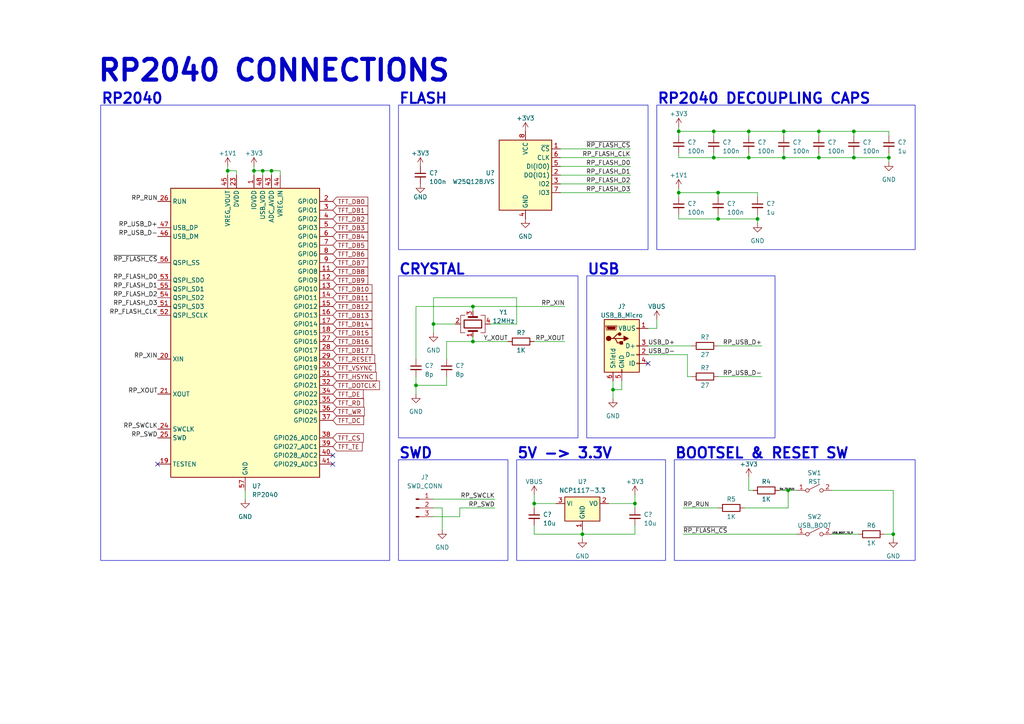
<source format=kicad_sch>
(kicad_sch (version 20230121) (generator eeschema)
  (paper "A4")
  (title_block (title "RP2040 Connections") (date "2023-06-07") (rev "1.0") (company "Ryan Hausmann"))
  (lib_symbols
    (symbol "Connector:Conn_01x03_Pin" (pin_names (offset 1.016) hide)
      (property "Reference" "J" (at 0 5.08 0))
      (property "Value" "Conn_01x03_Pin" (at 0 -5.08 0))
      (symbol "Conn_01x03_Pin_1_1"
        (polyline (pts (xy 1.27 -2.54) (xy 0.8636 -2.54)) (stroke (width 0.1524)))
        (polyline (pts (xy 1.27 0) (xy 0.8636 0)) (stroke (width 0.1524)))
        (polyline (pts (xy 1.27 2.54) (xy 0.8636 2.54)) (stroke (width 0.1524)))
        (rectangle (start 0.8636 -2.413) (end 0 -2.667) (stroke (width 0.1524)) (fill (type outline)))
        (rectangle (start 0.8636 0.127) (end 0 -0.127) (stroke (width 0.1524)) (fill (type outline)))
        (rectangle (start 0.8636 2.667) (end 0 2.413) (stroke (width 0.1524)) (fill (type outline)))
        (pin passive line (at 5.08 2.54 180) (length 3.81) (name "Pin_1") (number "1"))
        (pin passive line (at 5.08 0 180) (length 3.81) (name "Pin_2") (number "2"))
        (pin passive line (at 5.08 -2.54 180) (length 3.81) (name "Pin_3") (number "3"))
      )
    )
    (symbol "Connector:USB_B_Micro" (pin_names (offset 1.016))
      (property "Reference" "J" (at -5.08 11.43 0))
      (property "Value" "USB_B_Micro" (at -5.08 8.89 0))
      (symbol "USB_B_Micro_0_1"
        (rectangle (start -5.08 -7.62) (end 5.08 7.62) (stroke (width 0.254)) (fill (type background)))
        (circle (center -3.81 2.159) (radius 0.635) (stroke (width 0.254)) (fill (type outline)))
        (circle (center -0.635 3.429) (radius 0.381) (stroke (width 0.254)) (fill (type outline)))
        (rectangle (start -0.127 -7.62) (end 0.127 -6.858))
        (polyline (pts (xy -1.905 2.159) (xy 0.635 2.159)) (stroke (width 0.254)))
        (polyline (pts (xy -3.175 2.159) (xy -2.54 2.159) (xy -1.27 3.429) (xy -0.635 3.429)) (stroke (width 0.254)))
        (polyline (pts (xy -2.54 2.159) (xy -1.905 2.159) (xy -1.27 0.889) (xy 0 0.889)) (stroke (width 0.254)))
        (polyline (pts (xy 0.635 2.794) (xy 0.635 1.524) (xy 1.905 2.159) (xy 0.635 2.794)) (stroke (width 0.254)) (fill (type outline)))
        (polyline (pts (xy -4.318 5.588) (xy -1.778 5.588) (xy -2.032 4.826) (xy -4.064 4.826) (xy -4.318 5.588)) (fill (type outline)))
        (polyline (pts (xy -4.699 5.842) (xy -4.699 5.588) (xy -4.445 4.826) (xy -4.445 4.572) (xy -1.651 4.572) (xy -1.651 4.826) (xy -1.397 5.588) (xy -1.397 5.842) (xy -4.699 5.842)))
        (rectangle (start 0.254 1.27) (end -0.508 0.508) (stroke (width 0.254)) (fill (type outline)))
        (rectangle (start 5.08 -5.207) (end 4.318 -4.953))
        (rectangle (start 5.08 -2.667) (end 4.318 -2.413))
        (rectangle (start 5.08 -0.127) (end 4.318 0.127))
        (rectangle (start 5.08 4.953) (end 4.318 5.207))
      )
      (symbol "USB_B_Micro_1_1"
        (pin power_out line (at 7.62 5.08 180) (length 2.54) (name "VBUS") (number "1"))
        (pin bidirectional line (at 7.62 -2.54 180) (length 2.54) (name "D-") (number "2"))
        (pin bidirectional line (at 7.62 0 180) (length 2.54) (name "D+") (number "3"))
        (pin passive line (at 7.62 -5.08 180) (length 2.54) (name "ID") (number "4"))
        (pin power_out line (at 0 -10.16 90) (length 2.54) (name "GND") (number "5"))
        (pin passive line (at -2.54 -10.16 90) (length 2.54) (name "Shield") (number "6"))
      )
    )
    (symbol "Device:C_Small" (pin_numbers hide) (pin_names (offset 0.254) hide)
      (property "Reference" "C" (at 0.254 1.778 0))
      (property "Value" "C_Small" (at 0.254 -2.032 0))
      (symbol "C_Small_0_1"
        (polyline (pts (xy -1.524 -0.508) (xy 1.524 -0.508)) (stroke (width 0.3302)))
        (polyline (pts (xy -1.524 0.508) (xy 1.524 0.508)) (stroke (width 0.3048)))
      )
      (symbol "C_Small_1_1"
        (pin passive line (at 0 2.54 270) (length 2.032) (name "~") (number "1"))
        (pin passive line (at 0 -2.54 90) (length 2.032) (name "~") (number "2"))
      )
    )
    (symbol "Device:Crystal_GND24" (pin_names (offset 1.016) hide)
      (property "Reference" "Y" (at 3.175 5.08 0))
      (property "Value" "Crystal_GND24" (at 3.175 3.175 0))
      (symbol "Crystal_GND24_0_1"
        (rectangle (start -1.143 2.54) (end 1.143 -2.54) (stroke (width 0.3048)))
        (polyline (pts (xy -2.54 0) (xy -2.032 0)))
        (polyline (pts (xy -2.032 -1.27) (xy -2.032 1.27)) (stroke (width 0.508)))
        (polyline (pts (xy 0 -3.81) (xy 0 -3.556)))
        (polyline (pts (xy 0 3.556) (xy 0 3.81)))
        (polyline (pts (xy 2.032 -1.27) (xy 2.032 1.27)) (stroke (width 0.508)))
        (polyline (pts (xy 2.032 0) (xy 2.54 0)))
        (polyline (pts (xy -2.54 -2.286) (xy -2.54 -3.556) (xy 2.54 -3.556) (xy 2.54 -2.286)))
        (polyline (pts (xy -2.54 2.286) (xy -2.54 3.556) (xy 2.54 3.556) (xy 2.54 2.286)))
      )
      (symbol "Crystal_GND24_1_1"
        (pin passive line (at -3.81 0 0) (length 1.27) (name "1") (number "1"))
        (pin passive line (at 0 5.08 270) (length 1.27) (name "2") (number "2"))
        (pin passive line (at 3.81 0 180) (length 1.27) (name "3") (number "3"))
        (pin passive line (at 0 -5.08 90) (length 1.27) (name "4") (number "4"))
      )
    )
    (symbol "Device:R" (pin_numbers hide) (pin_names (offset 0))
      (property "Reference" "R" (at 2.032 0 90))
      (property "Value" "R" (at 0 0 90))
      (symbol "R_0_1"
        (rectangle (start -1.016 -2.54) (end 1.016 2.54) (stroke (width 0.254)))
      )
      (symbol "R_1_1"
        (pin passive line (at 0 3.81 270) (length 1.27) (name "~") (number "1"))
        (pin passive line (at 0 -3.81 90) (length 1.27) (name "~") (number "2"))
      )
    )
    (symbol "MCU_RaspberryPi:RP2040"
      (property "Reference" "U" (at 17.78 45.72 0))
      (property "Value" "RP2040" (at 17.78 43.18 0))
      (symbol "RP2040_0_1"
        (rectangle (start -21.59 41.91) (end 21.59 -41.91) (stroke (width 0.254)) (fill (type background)))
      )
      (symbol "RP2040_1_1"
        (pin power_in line (at 2.54 45.72 270) (length 3.81) (name "IOVDD") (number "1"))
        (pin passive line (at 2.54 45.72 270) (length 3.81) hide (name "IOVDD") (number "10"))
        (pin bidirectional line (at 25.4 17.78 180) (length 3.81) (name "GPIO8") (number "11"))
        (pin bidirectional line (at 25.4 15.24 180) (length 3.81) (name "GPIO9") (number "12"))
        (pin bidirectional line (at 25.4 12.7 180) (length 3.81) (name "GPIO10") (number "13"))
        (pin bidirectional line (at 25.4 10.16 180) (length 3.81) (name "GPIO11") (number "14"))
        (pin bidirectional line (at 25.4 7.62 180) (length 3.81) (name "GPIO12") (number "15"))
        (pin bidirectional line (at 25.4 5.08 180) (length 3.81) (name "GPIO13") (number "16"))
        (pin bidirectional line (at 25.4 2.54 180) (length 3.81) (name "GPIO14") (number "17"))
        (pin bidirectional line (at 25.4 0 180) (length 3.81) (name "GPIO15") (number "18"))
        (pin input line (at -25.4 -38.1 0) (length 3.81) (name "TESTEN") (number "19"))
        (pin bidirectional line (at 25.4 38.1 180) (length 3.81) (name "GPIO0") (number "2"))
        (pin input line (at -25.4 -7.62 0) (length 3.81) (name "XIN") (number "20"))
        (pin passive line (at -25.4 -17.78 0) (length 3.81) (name "XOUT") (number "21"))
        (pin passive line (at 2.54 45.72 270) (length 3.81) hide (name "IOVDD") (number "22"))
        (pin power_in line (at -2.54 45.72 270) (length 3.81) (name "DVDD") (number "23"))
        (pin output line (at -25.4 -27.94 0) (length 3.81) (name "SWCLK") (number "24"))
        (pin bidirectional line (at -25.4 -30.48 0) (length 3.81) (name "SWD") (number "25"))
        (pin input line (at -25.4 38.1 0) (length 3.81) (name "RUN") (number "26"))
        (pin bidirectional line (at 25.4 -2.54 180) (length 3.81) (name "GPIO16") (number "27"))
        (pin bidirectional line (at 25.4 -5.08 180) (length 3.81) (name "GPIO17") (number "28"))
        (pin bidirectional line (at 25.4 -7.62 180) (length 3.81) (name "GPIO18") (number "29"))
        (pin bidirectional line (at 25.4 35.56 180) (length 3.81) (name "GPIO1") (number "3"))
        (pin bidirectional line (at 25.4 -10.16 180) (length 3.81) (name "GPIO19") (number "30"))
        (pin bidirectional line (at 25.4 -12.7 180) (length 3.81) (name "GPIO20") (number "31"))
        (pin bidirectional line (at 25.4 -15.24 180) (length 3.81) (name "GPIO21") (number "32"))
        (pin passive line (at 2.54 45.72 270) (length 3.81) hide (name "IOVDD") (number "33"))
        (pin bidirectional line (at 25.4 -17.78 180) (length 3.81) (name "GPIO22") (number "34"))
        (pin bidirectional line (at 25.4 -20.32 180) (length 3.81) (name "GPIO23") (number "35"))
        (pin bidirectional line (at 25.4 -22.86 180) (length 3.81) (name "GPIO24") (number "36"))
        (pin bidirectional line (at 25.4 -25.4 180) (length 3.81) (name "GPIO25") (number "37"))
        (pin bidirectional line (at 25.4 -30.48 180) (length 3.81) (name "GPIO26_ADC0") (number "38"))
        (pin bidirectional line (at 25.4 -33.02 180) (length 3.81) (name "GPIO27_ADC1") (number "39"))
        (pin bidirectional line (at 25.4 33.02 180) (length 3.81) (name "GPIO2") (number "4"))
        (pin bidirectional line (at 25.4 -35.56 180) (length 3.81) (name "GPIO28_ADC2") (number "40"))
        (pin bidirectional line (at 25.4 -38.1 180) (length 3.81) (name "GPIO29_ADC3") (number "41"))
        (pin passive line (at 2.54 45.72 270) (length 3.81) hide (name "IOVDD") (number "42"))
        (pin power_in line (at 7.62 45.72 270) (length 3.81) (name "ADC_AVDD") (number "43"))
        (pin power_in line (at 10.16 45.72 270) (length 3.81) (name "VREG_IN") (number "44"))
        (pin power_out line (at -5.08 45.72 270) (length 3.81) (name "VREG_VOUT") (number "45"))
        (pin bidirectional line (at -25.4 27.94 0) (length 3.81) (name "USB_DM") (number "46"))
        (pin bidirectional line (at -25.4 30.48 0) (length 3.81) (name "USB_DP") (number "47"))
        (pin power_in line (at 5.08 45.72 270) (length 3.81) (name "USB_VDD") (number "48"))
        (pin passive line (at 2.54 45.72 270) (length 3.81) hide (name "IOVDD") (number "49"))
        (pin bidirectional line (at 25.4 30.48 180) (length 3.81) (name "GPIO3") (number "5"))
        (pin passive line (at -2.54 45.72 270) (length 3.81) hide (name "DVDD") (number "50"))
        (pin bidirectional line (at -25.4 7.62 0) (length 3.81) (name "QSPI_SD3") (number "51"))
        (pin output line (at -25.4 5.08 0) (length 3.81) (name "QSPI_SCLK") (number "52"))
        (pin bidirectional line (at -25.4 15.24 0) (length 3.81) (name "QSPI_SD0") (number "53"))
        (pin bidirectional line (at -25.4 10.16 0) (length 3.81) (name "QSPI_SD2") (number "54"))
        (pin bidirectional line (at -25.4 12.7 0) (length 3.81) (name "QSPI_SD1") (number "55"))
        (pin bidirectional line (at -25.4 20.32 0) (length 3.81) (name "QSPI_SS") (number "56"))
        (pin power_in line (at 0 -45.72 90) (length 3.81) (name "GND") (number "57"))
        (pin bidirectional line (at 25.4 27.94 180) (length 3.81) (name "GPIO4") (number "6"))
        (pin bidirectional line (at 25.4 25.4 180) (length 3.81) (name "GPIO5") (number "7"))
        (pin bidirectional line (at 25.4 22.86 180) (length 3.81) (name "GPIO6") (number "8"))
        (pin bidirectional line (at 25.4 20.32 180) (length 3.81) (name "GPIO7") (number "9"))
      )
    )
    (symbol "Memory_Flash:W25Q128JVS"
      (property "Reference" "U" (at -8.89 8.89 0))
      (property "Value" "W25Q128JVS" (at 7.62 8.89 0))
      (symbol "W25Q128JVS_0_1"
        (rectangle (start -7.62 10.16) (end 7.62 -10.16) (stroke (width 0.254)) (fill (type background)))
      )
      (symbol "W25Q128JVS_1_1"
        (pin input line (at -10.16 7.62 0) (length 2.54) (name "~{CS}") (number "1"))
        (pin bidirectional line (at -10.16 0 0) (length 2.54) (name "DO(IO1)") (number "2"))
        (pin bidirectional line (at -10.16 -2.54 0) (length 2.54) (name "IO2") (number "3"))
        (pin power_in line (at 0 -12.7 90) (length 2.54) (name "GND") (number "4"))
        (pin bidirectional line (at -10.16 2.54 0) (length 2.54) (name "DI(IO0)") (number "5"))
        (pin input line (at -10.16 5.08 0) (length 2.54) (name "CLK") (number "6"))
        (pin bidirectional line (at -10.16 -5.08 0) (length 2.54) (name "IO3") (number "7"))
        (pin power_in line (at 0 12.7 270) (length 2.54) (name "VCC") (number "8"))
      )
    )
    (symbol "Regulator_Linear:NCP1117-3.3_SOT223"
      (property "Reference" "U" (at -3.81 3.175 0))
      (property "Value" "NCP1117-3.3_SOT223" (at 0 3.175 0))
      (symbol "NCP1117-3.3_SOT223_0_1"
        (rectangle (start -5.08 -5.08) (end 5.08 1.905) (stroke (width 0.254)) (fill (type background)))
      )
      (symbol "NCP1117-3.3_SOT223_1_1"
        (pin power_in line (at 0 -7.62 90) (length 2.54) (name "GND") (number "1"))
        (pin power_out line (at 7.62 0 180) (length 2.54) (name "VO") (number "2"))
        (pin power_in line (at -7.62 0 0) (length 2.54) (name "VI") (number "3"))
      )
    )
    (symbol "Switch:SW_SPST" (pin_names (offset 0) hide)
      (property "Reference" "SW" (at 0 3.175 0))
      (property "Value" "SW_SPST" (at 0 -2.54 0))
      (symbol "SW_SPST_0_0"
        (circle (center -2.032 0) (radius 0.508))
        (polyline (pts (xy -1.524 0.254) (xy 1.524 1.778)))
        (circle (center 2.032 0) (radius 0.508))
      )
      (symbol "SW_SPST_1_1"
        (pin passive line (at -5.08 0 0) (length 2.54) (name "A") (number "1"))
        (pin passive line (at 5.08 0 180) (length 2.54) (name "B") (number "2"))
      )
    )
    (symbol "power:+1V1" (power) (pin_names (offset 0))
      (property "Value" "+1V1" (at 0 3.556 0))
      (symbol "+1V1_0_1"
        (polyline (pts (xy -0.762 1.27) (xy 0 2.54)))
        (polyline (pts (xy 0 0) (xy 0 2.54)))
        (polyline (pts (xy 0 2.54) (xy 0.762 1.27)))
      )
      (symbol "+1V1_1_1"
        (pin power_in line (at 0 0 90) (length 0) hide (name "+1V1") (number "1"))
      )
    )
    (symbol "power:+3V3" (power) (pin_names (offset 0))
      (property "Value" "+3V3" (at 0 3.556 0))
      (symbol "+3V3_0_1"
        (polyline (pts (xy -0.762 1.27) (xy 0 2.54)))
        (polyline (pts (xy 0 0) (xy 0 2.54)))
        (polyline (pts (xy 0 2.54) (xy 0.762 1.27)))
      )
      (symbol "+3V3_1_1"
        (pin power_in line (at 0 0 90) (length 0) hide (name "+3V3") (number "1"))
      )
    )
    (symbol "power:GND" (power) (pin_names (offset 0))
      (property "Value" "GND" (at 0 -3.81 0))
      (symbol "GND_0_1"
        (polyline (pts (xy 0 0) (xy 0 -1.27) (xy 1.27 -1.27) (xy 0 -2.54) (xy -1.27 -1.27) (xy 0 -1.27)))
      )
      (symbol "GND_1_1"
        (pin power_in line (at 0 0 270) (length 0) hide (name "GND") (number "1"))
      )
    )
    (symbol "power:VBUS" (power) (pin_names (offset 0))
      (property "Value" "VBUS" (at 0 3.81 0))
      (symbol "VBUS_0_1"
        (polyline (pts (xy -0.762 1.27) (xy 0 2.54)))
        (polyline (pts (xy 0 0) (xy 0 2.54)))
        (polyline (pts (xy 0 2.54) (xy 0.762 1.27)))
      )
      (symbol "VBUS_1_1"
        (pin power_in line (at 0 0 90) (length 0) hide (name "VBUS") (number "1"))
      )
    )
  )
  (junction (at 207.01 45.72))
  (junction (at 227.33 38.1))
  (junction (at 78.74 49.53))
  (junction (at 247.65 45.72))
  (junction (at 66.04 49.53))
  (junction (at 137.16 88.9))
  (junction (at 125.73 93.98))
  (junction (at 120.65 111.76))
  (junction (at 168.91 154.94))
  (junction (at 196.85 55.88))
  (junction (at 217.17 45.72))
  (junction (at 208.28 55.88))
  (junction (at 237.49 45.72))
  (junction (at 154.94 146.05))
  (junction (at 207.01 38.1))
  (junction (at 247.65 38.1))
  (junction (at 177.8 113.03))
  (junction (at 76.2 49.53))
  (junction (at 196.85 38.1))
  (junction (at 219.71 63.5))
  (junction (at 227.33 45.72))
  (junction (at 73.66 49.53))
  (junction (at 208.28 63.5))
  (junction (at 217.17 38.1))
  (junction (at 137.16 99.06))
  (junction (at 237.49 38.1))
  (junction (at 184.15 146.05))
  (junction (at 259.08 154.94))
  (junction (at 257.81 45.72))
  (junction (at 228.6 142.24))
  (no_connect (at 45.72 134.62))
  (no_connect (at 96.52 132.08))
  (no_connect (at 96.52 134.62))
  (no_connect (at 187.96 105.41))
  (wire (pts (xy 257.81 45.72) (xy 257.81 44.45)))
  (wire (pts (xy 208.28 100.33) (xy 220.98 100.33)))
  (wire (pts (xy 120.65 111.76) (xy 120.65 114.3)))
  (wire (pts (xy 219.71 63.5) (xy 208.28 63.5)))
  (wire (pts (xy 125.73 86.36) (xy 125.73 93.98)))
  (wire (pts (xy 237.49 45.72) (xy 247.65 45.72)))
  (wire (pts (xy 259.08 154.94) (xy 256.54 154.94)))
  (wire (pts (xy 196.85 63.5) (xy 208.28 63.5)))
  (wire (pts (xy 66.04 48.26) (xy 66.04 49.53)))
  (wire (pts (xy 237.49 44.45) (xy 237.49 45.72)))
  (wire (pts (xy 187.96 95.25) (xy 190.5 95.25)))
  (wire (pts (xy 154.94 154.94) (xy 168.91 154.94)))
  (wire (pts (xy 227.33 38.1) (xy 227.33 39.37)))
  (wire (pts (xy 168.91 154.94) (xy 168.91 156.21)))
  (wire (pts (xy 259.08 142.24) (xy 259.08 154.94)))
  (wire (pts (xy 125.73 93.98) (xy 125.73 96.52)))
  (wire (pts (xy 198.12 154.94) (xy 231.14 154.94)))
  (wire (pts (xy 137.16 90.17) (xy 137.16 88.9)))
  (wire (pts (xy 143.51 147.32) (xy 133.35 147.32)))
  (wire (pts (xy 219.71 55.88) (xy 208.28 55.88)))
  (wire (pts (xy 196.85 44.45) (xy 196.85 45.72)))
  (wire (pts (xy 154.94 99.06) (xy 163.83 99.06)))
  (wire (pts (xy 184.15 152.4) (xy 184.15 154.94)))
  (wire (pts (xy 247.65 44.45) (xy 247.65 45.72)))
  (wire (pts (xy 228.6 142.24) (xy 231.14 142.24)))
  (wire (pts (xy 257.81 38.1) (xy 257.81 39.37)))
  (wire (pts (xy 196.85 54.61) (xy 196.85 55.88)))
  (wire (pts (xy 78.74 49.53) (xy 81.28 49.53)))
  (wire (pts (xy 227.33 45.72) (xy 237.49 45.72)))
  (wire (pts (xy 154.94 143.51) (xy 154.94 146.05)))
  (wire (pts (xy 177.8 113.03) (xy 177.8 110.49)))
  (wire (pts (xy 162.56 53.34) (xy 182.88 53.34)))
  (wire (pts (xy 120.65 111.76) (xy 120.65 109.22)))
  (wire (pts (xy 259.08 156.21) (xy 259.08 154.94)))
  (wire (pts (xy 120.65 88.9) (xy 120.65 104.14)))
  (wire (pts (xy 199.39 109.22) (xy 200.66 109.22)))
  (wire (pts (xy 168.91 153.67) (xy 168.91 154.94)))
  (wire (pts (xy 78.74 49.53) (xy 78.74 50.8)))
  (wire (pts (xy 208.28 55.88) (xy 208.28 57.15)))
  (wire (pts (xy 207.01 38.1) (xy 207.01 39.37)))
  (wire (pts (xy 217.17 44.45) (xy 217.17 45.72)))
  (wire (pts (xy 207.01 38.1) (xy 217.17 38.1)))
  (wire (pts (xy 215.9 147.32) (xy 228.6 147.32)))
  (wire (pts (xy 247.65 38.1) (xy 257.81 38.1)))
  (wire (pts (xy 149.86 86.36) (xy 125.73 86.36)))
  (wire (pts (xy 128.27 147.32) (xy 125.73 147.32)))
  (wire (pts (xy 129.54 109.22) (xy 129.54 111.76)))
  (wire (pts (xy 184.15 146.05) (xy 176.53 146.05)))
  (wire (pts (xy 217.17 38.1) (xy 217.17 39.37)))
  (wire (pts (xy 137.16 88.9) (xy 120.65 88.9)))
  (wire (pts (xy 207.01 44.45) (xy 207.01 45.72)))
  (wire (pts (xy 196.85 45.72) (xy 207.01 45.72)))
  (wire (pts (xy 196.85 55.88) (xy 196.85 57.15)))
  (wire (pts (xy 154.94 146.05) (xy 154.94 147.32)))
  (wire (pts (xy 162.56 45.72) (xy 182.88 45.72)))
  (wire (pts (xy 220.98 109.22) (xy 208.28 109.22)))
  (wire (pts (xy 227.33 38.1) (xy 237.49 38.1)))
  (wire (pts (xy 81.28 49.53) (xy 81.28 50.8)))
  (wire (pts (xy 66.04 49.53) (xy 66.04 50.8)))
  (wire (pts (xy 73.66 48.26) (xy 73.66 49.53)))
  (wire (pts (xy 208.28 55.88) (xy 196.85 55.88)))
  (wire (pts (xy 137.16 99.06) (xy 137.16 97.79)))
  (wire (pts (xy 125.73 144.78) (xy 143.51 144.78)))
  (wire (pts (xy 162.56 43.18) (xy 182.88 43.18)))
  (wire (pts (xy 129.54 99.06) (xy 129.54 104.14)))
  (wire (pts (xy 180.34 113.03) (xy 177.8 113.03)))
  (wire (pts (xy 73.66 49.53) (xy 73.66 50.8)))
  (wire (pts (xy 68.58 49.53) (xy 68.58 50.8)))
  (wire (pts (xy 125.73 93.98) (xy 132.08 93.98)))
  (wire (pts (xy 217.17 45.72) (xy 227.33 45.72)))
  (wire (pts (xy 76.2 49.53) (xy 78.74 49.53)))
  (wire (pts (xy 142.24 93.98) (xy 149.86 93.98)))
  (wire (pts (xy 217.17 38.1) (xy 227.33 38.1)))
  (wire (pts (xy 147.32 99.06) (xy 137.16 99.06)))
  (wire (pts (xy 196.85 38.1) (xy 207.01 38.1)))
  (wire (pts (xy 247.65 38.1) (xy 247.65 39.37)))
  (wire (pts (xy 73.66 49.53) (xy 76.2 49.53)))
  (wire (pts (xy 133.35 147.32) (xy 133.35 149.86)))
  (wire (pts (xy 184.15 143.51) (xy 184.15 146.05)))
  (wire (pts (xy 129.54 111.76) (xy 120.65 111.76)))
  (wire (pts (xy 66.04 49.53) (xy 68.58 49.53)))
  (wire (pts (xy 241.3 154.94) (xy 248.92 154.94)))
  (wire (pts (xy 208.28 63.5) (xy 208.28 62.23)))
  (wire (pts (xy 217.17 138.43) (xy 217.17 142.24)))
  (wire (pts (xy 237.49 38.1) (xy 247.65 38.1)))
  (wire (pts (xy 241.3 142.24) (xy 259.08 142.24)))
  (wire (pts (xy 184.15 146.05) (xy 184.15 147.32)))
  (wire (pts (xy 196.85 62.23) (xy 196.85 63.5)))
  (wire (pts (xy 226.06 142.24) (xy 228.6 142.24)))
  (wire (pts (xy 219.71 62.23) (xy 219.71 63.5)))
  (wire (pts (xy 154.94 146.05) (xy 161.29 146.05)))
  (wire (pts (xy 71.12 142.24) (xy 71.12 144.78)))
  (wire (pts (xy 190.5 95.25) (xy 190.5 92.71)))
  (wire (pts (xy 228.6 147.32) (xy 228.6 142.24)))
  (wire (pts (xy 237.49 38.1) (xy 237.49 39.37)))
  (wire (pts (xy 219.71 63.5) (xy 219.71 64.77)))
  (wire (pts (xy 257.81 45.72) (xy 257.81 46.99)))
  (wire (pts (xy 199.39 109.22) (xy 199.39 102.87)))
  (wire (pts (xy 196.85 36.83) (xy 196.85 38.1)))
  (wire (pts (xy 198.12 147.32) (xy 208.28 147.32)))
  (wire (pts (xy 76.2 49.53) (xy 76.2 50.8)))
  (wire (pts (xy 207.01 45.72) (xy 217.17 45.72)))
  (wire (pts (xy 137.16 99.06) (xy 129.54 99.06)))
  (wire (pts (xy 247.65 45.72) (xy 257.81 45.72)))
  (wire (pts (xy 187.96 100.33) (xy 200.66 100.33)))
  (wire (pts (xy 133.35 149.86) (xy 125.73 149.86)))
  (wire (pts (xy 154.94 152.4) (xy 154.94 154.94)))
  (wire (pts (xy 162.56 48.26) (xy 182.88 48.26)))
  (wire (pts (xy 137.16 88.9) (xy 163.83 88.9)))
  (wire (pts (xy 162.56 55.88) (xy 182.88 55.88)))
  (wire (pts (xy 227.33 44.45) (xy 227.33 45.72)))
  (wire (pts (xy 180.34 110.49) (xy 180.34 113.03)))
  (wire (pts (xy 184.15 154.94) (xy 168.91 154.94)))
  (wire (pts (xy 128.27 153.67) (xy 128.27 147.32)))
  (wire (pts (xy 199.39 102.87) (xy 187.96 102.87)))
  (wire (pts (xy 219.71 57.15) (xy 219.71 55.88)))
  (wire (pts (xy 196.85 38.1) (xy 196.85 39.37)))
  (wire (pts (xy 177.8 113.03) (xy 177.8 115.57)))
  (wire (pts (xy 162.56 50.8) (xy 182.88 50.8)))
  (wire (pts (xy 149.86 93.98) (xy 149.86 86.36)))
  (wire (pts (xy 217.17 142.24) (xy 218.44 142.24)))
  (rectangle (start 190.5 30.48) (end 265.43 72.39))
  (rectangle (start 115.57 133.35) (end 147.32 162.56))
  (rectangle (start 115.57 80.01) (end 167.64 127))
  (rectangle (start 195.58 133.35) (end 265.43 162.56))
  (rectangle (start 115.57 30.48) (end 187.96 72.39))
  (rectangle (start 29.21 30.48) (end 113.03 162.56))
  (rectangle (start 149.86 133.35) (end 193.04 162.56))
  (rectangle (start 170.18 80.01) (end 224.79 127))
  (text "CRYSTAL" (at 115.57 80.01 0) (effects (font (size 3 3) (thickness 0.6) bold) (justify left bottom)))
  (text "RP2040 DECOUPLING CAPS" (at 190.5 30.48 0) (effects (font (size 3 3) (thickness 0.6) bold) (justify left bottom)))
  (text "USB" (at 170.18 80.01 0) (effects (font (size 3 3) (thickness 0.6) bold) (justify left bottom)))
  (text "RP2040 CONNECTIONS" (at 27.94 24.13 0) (effects (font (size 6 6) (thickness 1.2) bold) (justify left bottom)))
  (text "BOOTSEL & RESET SW" (at 195.58 133.35 0) (effects (font (size 3 3) (thickness 0.6) bold) (justify left bottom)))
  (text "SWD" (at 115.57 133.35 0) (effects (font (size 3 3) (thickness 0.6) bold) (justify left bottom)))
  (text "5V -> 3.3V" (at 149.86 133.35 0) (effects (font (size 3 3) (thickness 0.6) bold) (justify left bottom)))
  (text "RP2040" (at 29.21 30.48 0) (effects (font (size 3 3) (thickness 0.6) bold) (justify left bottom)))
  (text "FLASH" (at 115.57 30.48 0) (effects (font (size 3 3) (thickness 0.6) bold) (justify left bottom)))
  (label "~{RP_FLASH_CS}" (at 45.72 76.2 180))
  (label "USB_D+" (at 187.96 100.33 0))
  (label "RP_FLASH_D1" (at 45.72 83.82 180))
  (label "SW_TO_RUN" (at 226.06 142.24 0) (effects (font (size 0.5 0.5))))
  (label "RP_FLASH_CLK" (at 45.72 91.44 180))
  (label "RP_FLASH_D3" (at 182.88 55.88 180))
  (label "RP_FLASH_D1" (at 182.88 50.8 180))
  (label "RP_SWCLK" (at 143.51 144.78 180))
  (label "RP_USB_D-" (at 45.72 68.58 180))
  (label "~{RP_FLASH_CS}" (at 198.12 154.94 0))
  (label "RP_FLASH_D0" (at 182.88 48.26 180))
  (label "RP_XOUT" (at 45.72 114.3 180))
  (label "RP_RUN" (at 198.12 147.32 0))
  (label "RP_FLASH_CLK" (at 182.88 45.72 180))
  (label "Y_XOUT" (at 147.32 99.06 180))
  (label "USB_D-" (at 187.96 102.87 0))
  (label "RP_XIN" (at 45.72 104.14 180))
  (label "RP_FLASH_D0" (at 45.72 81.28 180))
  (label "RP_XOUT" (at 163.83 99.06 180))
  (label "RP_SWD" (at 143.51 147.32 180))
  (label "RP_USB_D+" (at 220.98 100.33 180))
  (label "RP_FLASH_D2" (at 182.88 53.34 180))
  (label "RP_SWCLK" (at 45.72 124.46 180))
  (label "RP_SWD" (at 45.72 127 180))
  (label "RP_USB_D+" (at 45.72 66.04 180))
  (label "~{RP_FLASH_CS}" (at 182.88 43.18 180))
  (label "RP_USB_D-" (at 220.98 109.22 180))
  (label "RP_FLASH_D3" (at 45.72 88.9 180))
  (label "RP_XIN" (at 163.83 88.9 180))
  (label "RP_FLASH_D2" (at 45.72 86.36 180))
  (label "RP_RUN" (at 45.72 58.42 180))
  (label "USB_BOOT_TO_R" (at 241.3 154.94 0) (effects (font (size 0.5 0.5))))
  (global_label "TFT_TE" (shape input) (at 96.52 129.54 0) (property "Intersheetrefs" "${INTERSHEET_REFS}" (effects hide)))
  (global_label "TFT_DB0" (shape input) (at 96.52 58.42 0) (property "Intersheetrefs" "${INTERSHEET_REFS}" (effects hide)))
  (global_label "TFT_DB12" (shape input) (at 96.52 88.9 0) (property "Intersheetrefs" "${INTERSHEET_REFS}" (effects hide)))
  (global_label "TFT_DB3" (shape input) (at 96.52 66.04 0) (property "Intersheetrefs" "${INTERSHEET_REFS}" (effects hide)))
  (global_label "TFT_DB17" (shape input) (at 96.52 101.6 0) (property "Intersheetrefs" "${INTERSHEET_REFS}" (effects hide)))
  (global_label "TFT_DB16" (shape input) (at 96.52 99.06 0) (property "Intersheetrefs" "${INTERSHEET_REFS}" (effects hide)))
  (global_label "TFT_DB5" (shape input) (at 96.52 71.12 0) (property "Intersheetrefs" "${INTERSHEET_REFS}" (effects hide)))
  (global_label "TFT_DB14" (shape input) (at 96.52 93.98 0) (property "Intersheetrefs" "${INTERSHEET_REFS}" (effects hide)))
  (global_label "TFT_DB1" (shape input) (at 96.52 60.96 0) (property "Intersheetrefs" "${INTERSHEET_REFS}" (effects hide)))
  (global_label "TFT_DC" (shape input) (at 96.52 121.92 0) (property "Intersheetrefs" "${INTERSHEET_REFS}" (effects hide)))
  (global_label "TFT_HSYNC" (shape input) (at 96.52 109.22 0) (property "Intersheetrefs" "${INTERSHEET_REFS}" (effects hide)))
  (global_label "TFT_DB13" (shape input) (at 96.52 91.44 0) (property "Intersheetrefs" "${INTERSHEET_REFS}" (effects hide)))
  (global_label "TFT_CS" (shape input) (at 96.52 127 0) (property "Intersheetrefs" "${INTERSHEET_REFS}" (effects hide)))
  (global_label "TFT_DB8" (shape input) (at 96.52 78.74 0) (property "Intersheetrefs" "${INTERSHEET_REFS}" (effects hide)))
  (global_label "TFT_DOTCLK" (shape input) (at 96.52 111.76 0) (property "Intersheetrefs" "${INTERSHEET_REFS}" (effects hide)))
  (global_label "TFT_DB7" (shape input) (at 96.52 76.2 0) (property "Intersheetrefs" "${INTERSHEET_REFS}" (effects hide)))
  (global_label "TFT_WR" (shape input) (at 96.52 119.38 0) (property "Intersheetrefs" "${INTERSHEET_REFS}" (effects hide)))
  (global_label "TFT_RESET" (shape input) (at 96.52 104.14 0) (property "Intersheetrefs" "${INTERSHEET_REFS}" (effects hide)))
  (global_label "TFT_DB4" (shape input) (at 96.52 68.58 0) (property "Intersheetrefs" "${INTERSHEET_REFS}" (effects hide)))
  (global_label "TFT_DB15" (shape input) (at 96.52 96.52 0) (property "Intersheetrefs" "${INTERSHEET_REFS}" (effects hide)))
  (global_label "TFT_DE" (shape input) (at 96.52 114.3 0) (property "Intersheetrefs" "${INTERSHEET_REFS}" (effects hide)))
  (global_label "TFT_VSYNC" (shape input) (at 96.52 106.68 0) (property "Intersheetrefs" "${INTERSHEET_REFS}" (effects hide)))
  (global_label "TFT_DB6" (shape input) (at 96.52 73.66 0) (property "Intersheetrefs" "${INTERSHEET_REFS}" (effects hide)))
  (global_label "TFT_DB10" (shape input) (at 96.52 83.82 0) (property "Intersheetrefs" "${INTERSHEET_REFS}" (effects hide)))
  (global_label "TFT_DB2" (shape input) (at 96.52 63.5 0) (property "Intersheetrefs" "${INTERSHEET_REFS}" (effects hide)))
  (global_label "TFT_DB11" (shape input) (at 96.52 86.36 0) (property "Intersheetrefs" "${INTERSHEET_REFS}" (effects hide)))
  (global_label "TFT_RD" (shape input) (at 96.52 116.84 0) (property "Intersheetrefs" "${INTERSHEET_REFS}" (effects hide)))
  (global_label "TFT_DB9" (shape input) (at 96.52 81.28 0) (property "Intersheetrefs" "${INTERSHEET_REFS}" (effects hide)))
  (symbol (lib_id "Connector:USB_B_Micro") (at 180.34 100.33 0) (unit 1)
    (property "Reference" "J?" (at 180.34 88.9 0))
    (property "Value" "USB_B_Micro" (at 180.34 91.44 0))
    (property "Footprint" "Connector_USB:USB_Micro-B_Molex-105017-0001" (effects hide))
    (instances (project "tft controller new" (path "" (reference "J?") (unit 1)) (path "" (reference "J1") (unit 1))))
  )
  (symbol (lib_id "power:+1V1") (at 196.85 54.61 0) (unit 1)
    (property "Reference" "#PWR?" (effects hide))
    (property "Value" "+1V1" (at 196.85 50.8 0))
    (instances (project "tft controller new" (path "" (reference "#PWR?") (unit 1)) (path "" (reference "#PWR08") (unit 1))) (project "Picoino" (path "" (reference "#PWR?") (unit 1))))
  )
  (symbol (lib_id "Switch:SW_SPST") (at 236.22 154.94 0) (unit 1)
    (property "Reference" "SW2" (at 236.22 149.86 0))
    (property "Value" "USB_BOOT" (at 236.22 152.4 0))
    (property "Footprint" "Button_Switch_SMD:SW_SPST_TL3305A" (effects hide))
    (instances (project "tft controller new" (path "" (reference "SW2") (unit 1))) (project "Picoino" (path "" (reference "SW?") (unit 1))))
  )
  (symbol (lib_id "Device:C_Small") (at 120.65 106.68 0) (unit 1)
    (property "Reference" "C?" (at 123.19 106.0513 0) (effects (justify left)))
    (property "Value" "8p" (at 123.19 108.5913 0) (effects (justify left)))
    (property "Footprint" "Capacitor_SMD:C_0603_1608Metric_Pad1.08x0.95mm_HandSolder" (effects hide))
    (instances (project "tft controller new" (path "" (reference "C?") (unit 1)) (path "" (reference "C12") (unit 1))))
  )
  (symbol (lib_id "Connector:Conn_01x03_Pin") (at 120.65 147.32 0) (unit 1)
    (property "Reference" "J?" (at 123.19 138.43 0))
    (property "Value" "SWD_CONN" (at 123.19 140.97 0))
    (property "Footprint" "Connector_PinSocket_2.54mm:PinSocket_1x03_P2.54mm_Vertical" (effects hide))
    (instances (project "tft controller new" (path "" (reference "J?") (unit 1)) (path "" (reference "J3") (unit 1))))
  )
  (symbol (lib_id "power:GND") (at 259.08 156.21 0) (unit 1)
    (property "Reference" "#PWR021" (effects hide))
    (property "Value" "GND" (at 259.08 161.29 0))
    (instances (project "tft controller new" (path "" (reference "#PWR021") (unit 1))) (project "Picoino" (path "" (reference "#PWR?") (unit 1))))
  )
  (symbol (lib_id "Device:R") (at 212.09 147.32 90) (unit 1)
    (property "Reference" "R5" (at 212.09 144.78 90))
    (property "Value" "1K" (at 212.09 149.86 90))
    (property "Footprint" "Resistor_SMD:R_0603_1608Metric_Pad0.98x0.95mm_HandSolder" (effects hide))
    (instances (project "tft controller new" (path "" (reference "R5") (unit 1))) (project "Picoino" (path "" (reference "R?") (unit 1))))
  )
  (symbol (lib_id "power:+3V3") (at 152.4 38.1 0) (unit 1)
    (property "Reference" "#PWR?" (effects hide))
    (property "Value" "+3V3" (at 152.4 34.29 0))
    (instances (project "tft controller new" (path "" (reference "#PWR?") (unit 1)) (path "" (reference "#PWR02") (unit 1))))
  )
  (symbol (lib_id "power:+3V3") (at 217.17 138.43 0) (unit 1)
    (property "Reference" "#PWR015" (effects hide))
    (property "Value" "+3V3" (at 217.17 134.62 0))
    (instances (project "tft controller new" (path "" (reference "#PWR015") (unit 1))) (project "Picoino" (path "" (reference "#PWR?") (unit 1))))
  )
  (symbol (lib_id "power:GND") (at 177.8 115.57 0) (unit 1)
    (property "Reference" "#PWR?" (effects hide))
    (property "Value" "GND" (at 177.8 120.65 0))
    (instances (project "tft controller new" (path "" (reference "#PWR?") (unit 1)) (path "" (reference "#PWR014") (unit 1))))
  )
  (symbol (lib_id "Regulator_Linear:NCP1117-3.3_SOT223") (at 168.91 146.05 0) (unit 1)
    (property "Reference" "U?" (at 168.91 139.7 0))
    (property "Value" "NCP1117-3.3" (at 168.91 142.24 0))
    (property "Footprint" "Package_TO_SOT_SMD:SOT-223-3_TabPin2" (effects hide))
    (property "Datasheet" "http://www.onsemi.com/pub_link/Collateral/NCP1117-D.PDF" (effects hide))
    (instances (project "tft controller new" (path "" (reference "U?") (unit 1)) (path "" (reference "U3") (unit 1))) (project "Picoino" (path "" (reference "U?") (unit 1))))
  )
  (symbol (lib_id "Device:C_Small") (at 196.85 41.91 0) (unit 1)
    (property "Reference" "C?" (at 199.39 41.2813 0) (effects (justify left)))
    (property "Value" "100n" (at 199.39 43.8213 0) (effects (justify left)))
    (property "Footprint" "Capacitor_SMD:C_0603_1608Metric_Pad1.08x0.95mm_HandSolder" (effects hide))
    (instances (project "tft controller new" (path "" (reference "C?") (unit 1)) (path "" (reference "C1") (unit 1))) (project "Picoino" (path "" (reference "C?") (unit 1))))
  )
  (symbol (lib_id "power:+3V3") (at 73.66 48.26 0) (unit 1)
    (property "Reference" "#PWR?" (effects hide))
    (property "Value" "+3V3" (at 73.66 44.45 0))
    (instances (project "tft controller new" (path "" (reference "#PWR?") (unit 1)) (path "" (reference "#PWR05") (unit 1))))
  )
  (symbol (lib_id "power:GND") (at 125.73 96.52 0) (unit 1)
    (property "Reference" "#PWR012" (effects hide))
    (property "Value" "GND" (at 125.73 101.6 0))
  )
  (symbol (lib_id "power:GND") (at 152.4 63.5 0) (unit 1)
    (property "Reference" "#PWR?" (effects hide))
    (property "Value" "GND" (at 152.4 68.58 0))
    (instances (project "tft controller new" (path "" (reference "#PWR?") (unit 1)) (path "" (reference "#PWR09") (unit 1))))
  )
  (symbol (lib_id "MCU_RaspberryPi:RP2040") (at 71.12 96.52 0) (unit 1)
    (property "Reference" "U?" (at 73.0759 140.97 0) (effects (justify left)))
    (property "Value" "RP2040" (at 73.0759 143.51 0) (effects (justify left)))
    (property "Footprint" "Package_DFN_QFN:QFN-56-1EP_7x7mm_P0.4mm_EP3.2x3.2mm" (effects hide))
    (property "Datasheet" "https://datasheets.raspberrypi.com/rp2040/rp2040-datasheet.pdf" (effects hide))
    (instances (project "tft controller new" (path "" (reference "U?") (unit 1)) (path "" (reference "U2") (unit 1))))
  )
  (symbol (lib_id "power:GND") (at 71.12 144.78 0) (unit 1)
    (property "Reference" "#PWR?" (effects hide))
    (property "Value" "GND" (at 71.12 149.86 0))
    (instances (project "tft controller new" (path "" (reference "#PWR?") (unit 1)) (path "" (reference "#PWR018") (unit 1))))
  )
  (symbol (lib_id "power:+3V3") (at 184.15 143.51 0) (unit 1)
    (property "Reference" "#PWR?" (effects hide))
    (property "Value" "+3V3" (at 184.15 139.7 0))
    (instances (project "tft controller new" (path "" (reference "#PWR?") (unit 1)) (path "" (reference "#PWR017") (unit 1))) (project "Picoino" (path "" (reference "#PWR?") (unit 1))))
  )
  (symbol (lib_id "power:VBUS") (at 154.94 143.51 0) (unit 1)
    (property "Reference" "#PWR?" (effects hide))
    (property "Value" "VBUS" (at 154.94 139.7 0))
    (instances (project "tft controller new" (path "" (reference "#PWR?") (unit 1)) (path "" (reference "#PWR016") (unit 1))) (project "Picoino" (path "" (reference "#PWR?") (unit 1))))
  )
  (symbol (lib_id "Memory_Flash:W25Q128JVS") (at 152.4 50.8 0) (mirror y) (unit 1)
    (property "Reference" "U?" (at 143.51 50.165 0) (effects (justify left)))
    (property "Value" "W25Q128JVS" (at 143.51 52.705 0) (effects (justify left)))
    (property "Footprint" "Package_SON:WSON-8-1EP_6x5mm_P1.27mm_EP3.4x4mm" (effects hide))
    (property "Datasheet" "http://www.winbond.com/resource-files/w25q128jv_dtr%20revc%2003272018%20plus.pdf" (effects hide))
    (instances (project "tft controller new" (path "" (reference "U?") (unit 1)) (path "" (reference "U1") (unit 1))))
  )
  (symbol (lib_id "Device:R") (at 151.13 99.06 90) (unit 1)
    (property "Reference" "R?" (at 151.13 96.52 90))
    (property "Value" "1K" (at 151.13 101.6 90))
    (property "Footprint" "Resistor_SMD:R_0603_1608Metric_Pad0.98x0.95mm_HandSolder" (effects hide))
    (instances (project "tft controller new" (path "" (reference "R?") (unit 1)) (path "" (reference "R1") (unit 1))))
  )
  (symbol (lib_id "Device:C_Small") (at 154.94 149.86 0) (unit 1)
    (property "Reference" "C?" (at 157.48 149.2313 0) (effects (justify left)))
    (property "Value" "10u" (at 157.48 151.7713 0) (effects (justify left)))
    (property "Footprint" "Capacitor_SMD:C_0603_1608Metric_Pad1.08x0.95mm_HandSolder" (effects hide))
    (instances (project "tft controller new" (path "" (reference "C?") (unit 1)) (path "" (reference "C14") (unit 1))) (project "Picoino" (path "" (reference "C?") (unit 1))))
  )
  (symbol (lib_id "Device:R") (at 204.47 100.33 270) (unit 1)
    (property "Reference" "R?" (at 204.47 97.79 90))
    (property "Value" "27" (at 204.47 102.87 90))
    (property "Footprint" "Resistor_SMD:R_0603_1608Metric_Pad0.98x0.95mm_HandSolder" (effects hide))
    (instances (project "tft controller new" (path "" (reference "R?") (unit 1)) (path "" (reference "R2") (unit 1))))
  )
  (symbol (lib_id "Device:C_Small") (at 217.17 41.91 0) (unit 1)
    (property "Reference" "C?" (at 219.71 41.2813 0) (effects (justify left)))
    (property "Value" "100n" (at 219.71 43.8213 0) (effects (justify left)))
    (property "Footprint" "Capacitor_SMD:C_0603_1608Metric_Pad1.08x0.95mm_HandSolder" (effects hide))
    (instances (project "tft controller new" (path "" (reference "C?") (unit 1)) (path "" (reference "C3") (unit 1))) (project "Picoino" (path "" (reference "C?") (unit 1))))
  )
  (symbol (lib_id "power:GND") (at 121.92 53.34 0) (unit 1)
    (property "Reference" "#PWR?" (effects hide))
    (property "Value" "GND" (at 121.92 57.15 0))
    (instances (project "tft controller new" (path "" (reference "#PWR?") (unit 1)) (path "" (reference "#PWR07") (unit 1))) (project "Picoino" (path "" (reference "#PWR?") (unit 1))))
  )
  (symbol (lib_id "power:GND") (at 257.81 46.99 0) (unit 1)
    (property "Reference" "#PWR?" (effects hide))
    (property "Value" "GND" (at 257.81 52.07 0))
    (instances (project "tft controller new" (path "" (reference "#PWR?") (unit 1)) (path "" (reference "#PWR03") (unit 1))) (project "Picoino" (path "" (reference "#PWR?") (unit 1))))
  )
  (symbol (lib_id "power:+3V3") (at 121.92 48.26 0) (unit 1)
    (property "Reference" "#PWR?" (effects hide))
    (property "Value" "+3V3" (at 121.92 44.45 0))
    (instances (project "tft controller new" (path "" (reference "#PWR?") (unit 1)) (path "" (reference "#PWR06") (unit 1))) (project "Picoino" (path "" (reference "#PWR?") (unit 1))))
  )
  (symbol (lib_id "power:GND") (at 219.71 64.77 0) (unit 1)
    (property "Reference" "#PWR?" (effects hide))
    (property "Value" "GND" (at 219.71 69.85 0))
    (instances (project "tft controller new" (path "" (reference "#PWR?") (unit 1)) (path "" (reference "#PWR010") (unit 1))) (project "Picoino" (path "" (reference "#PWR?") (unit 1))))
  )
  (symbol (lib_id "Device:R") (at 222.25 142.24 90) (unit 1)
    (property "Reference" "R4" (at 222.25 139.7 90))
    (property "Value" "1K" (at 222.25 144.78 90))
    (property "Footprint" "Resistor_SMD:R_0603_1608Metric_Pad0.98x0.95mm_HandSolder" (effects hide))
    (instances (project "tft controller new" (path "" (reference "R4") (unit 1))) (project "Picoino" (path "" (reference "R?") (unit 1))))
  )
  (symbol (lib_id "Device:C_Small") (at 237.49 41.91 0) (unit 1)
    (property "Reference" "C?" (at 240.03 41.2813 0) (effects (justify left)))
    (property "Value" "100n" (at 240.03 43.8213 0) (effects (justify left)))
    (property "Footprint" "Capacitor_SMD:C_0603_1608Metric_Pad1.08x0.95mm_HandSolder" (effects hide))
    (instances (project "tft controller new" (path "" (reference "C?") (unit 1)) (path "" (reference "C5") (unit 1))) (project "Picoino" (path "" (reference "C?") (unit 1))))
  )
  (symbol (lib_id "Device:Crystal_GND24") (at 137.16 93.98 90) (unit 1)
    (property "Reference" "Y1" (at 146.05 90.5511 90))
    (property "Value" "12MHz" (at 146.05 93.0911 90))
    (property "Footprint" "Crystal:Crystal_SMD_2520-4Pin_2.5x2.0mm" (effects hide))
  )
  (symbol (lib_id "power:+3V3") (at 196.85 36.83 0) (unit 1)
    (property "Reference" "#PWR?" (effects hide))
    (property "Value" "+3V3" (at 196.85 33.02 0))
    (instances (project "tft controller new" (path "" (reference "#PWR?") (unit 1)) (path "" (reference "#PWR01") (unit 1))) (project "Picoino" (path "" (reference "#PWR?") (unit 1))))
  )
  (symbol (lib_id "Device:R") (at 252.73 154.94 90) (unit 1)
    (property "Reference" "R6" (at 252.73 152.4 90))
    (property "Value" "1K" (at 252.73 157.48 90))
    (property "Footprint" "Resistor_SMD:R_0603_1608Metric_Pad0.98x0.95mm_HandSolder" (effects hide))
    (instances (project "tft controller new" (path "" (reference "R6") (unit 1))) (project "Picoino" (path "" (reference "R?") (unit 1))))
  )
  (symbol (lib_id "Switch:SW_SPST") (at 236.22 142.24 0) (unit 1)
    (property "Reference" "SW1" (at 236.22 137.16 0))
    (property "Value" "RST" (at 236.22 139.7 0))
    (property "Footprint" "Button_Switch_SMD:SW_SPST_TL3305A" (effects hide))
    (instances (project "tft controller new" (path "" (reference "SW1") (unit 1))) (project "Picoino" (path "" (reference "SW?") (unit 1))))
  )
  (symbol (lib_id "power:+1V1") (at 66.04 48.26 0) (unit 1)
    (property "Reference" "#PWR?" (effects hide))
    (property "Value" "+1V1" (at 66.04 44.45 0))
    (instances (project "tft controller new" (path "" (reference "#PWR?") (unit 1)) (path "" (reference "#PWR04") (unit 1))))
  )
  (symbol (lib_id "power:VBUS") (at 190.5 92.71 0) (unit 1)
    (property "Reference" "#PWR?" (effects hide))
    (property "Value" "VBUS" (at 190.5 88.9 0))
    (instances (project "tft controller new" (path "" (reference "#PWR?") (unit 1)) (path "" (reference "#PWR011") (unit 1))))
  )
  (symbol (lib_id "Device:C_Small") (at 121.92 50.8 0) (unit 1)
    (property "Reference" "C?" (at 124.46 50.1713 0) (effects (justify left)))
    (property "Value" "100n" (at 124.46 52.7113 0) (effects (justify left)))
    (property "Footprint" "Capacitor_SMD:C_0603_1608Metric_Pad1.08x0.95mm_HandSolder" (effects hide))
    (instances (project "tft controller new" (path "" (reference "C?") (unit 1)) (path "" (reference "C8") (unit 1))) (project "Picoino" (path "" (reference "C?") (unit 1))))
  )
  (symbol (lib_id "Device:C_Small") (at 227.33 41.91 0) (unit 1)
    (property "Reference" "C?" (at 229.87 41.2813 0) (effects (justify left)))
    (property "Value" "100n" (at 229.87 43.8213 0) (effects (justify left)))
    (property "Footprint" "Capacitor_SMD:C_0603_1608Metric_Pad1.08x0.95mm_HandSolder" (effects hide))
    (instances (project "tft controller new" (path "" (reference "C?") (unit 1)) (path "" (reference "C4") (unit 1))) (project "Picoino" (path "" (reference "C?") (unit 1))))
  )
  (symbol (lib_id "power:GND") (at 120.65 114.3 0) (unit 1)
    (property "Reference" "#PWR?" (effects hide))
    (property "Value" "GND" (at 120.65 119.38 0))
    (instances (project "tft controller new" (path "" (reference "#PWR?") (unit 1)) (path "" (reference "#PWR013") (unit 1))))
  )
  (symbol (lib_id "Device:C_Small") (at 257.81 41.91 0) (unit 1)
    (property "Reference" "C?" (at 260.35 41.2813 0) (effects (justify left)))
    (property "Value" "1u" (at 260.35 43.8213 0) (effects (justify left)))
    (property "Footprint" "Capacitor_SMD:C_0603_1608Metric_Pad1.08x0.95mm_HandSolder" (effects hide))
    (instances (project "tft controller new" (path "" (reference "C?") (unit 1)) (path "" (reference "C7") (unit 1))) (project "Picoino" (path "" (reference "C?") (unit 1))))
  )
  (symbol (lib_id "Device:C_Small") (at 196.85 59.69 0) (unit 1)
    (property "Reference" "C?" (at 199.39 59.0613 0) (effects (justify left)))
    (property "Value" "100n" (at 199.39 61.6013 0) (effects (justify left)))
    (property "Footprint" "Capacitor_SMD:C_0603_1608Metric_Pad1.08x0.95mm_HandSolder" (effects hide))
    (instances (project "tft controller new" (path "" (reference "C?") (unit 1)) (path "" (reference "C9") (unit 1))) (project "Picoino" (path "" (reference "C?") (unit 1))))
  )
  (symbol (lib_id "Device:C_Small") (at 184.15 149.86 0) (unit 1)
    (property "Reference" "C?" (at 186.69 149.2313 0) (effects (justify left)))
    (property "Value" "10u" (at 186.69 151.7713 0) (effects (justify left)))
    (property "Footprint" "Capacitor_SMD:C_0603_1608Metric_Pad1.08x0.95mm_HandSolder" (effects hide))
    (instances (project "tft controller new" (path "" (reference "C?") (unit 1)) (path "" (reference "C15") (unit 1))) (project "Picoino" (path "" (reference "C?") (unit 1))))
  )
  (symbol (lib_id "Device:C_Small") (at 219.71 59.69 0) (unit 1)
    (property "Reference" "C?" (at 222.25 59.0613 0) (effects (justify left)))
    (property "Value" "1u" (at 222.25 61.6013 0) (effects (justify left)))
    (property "Footprint" "Capacitor_SMD:C_0603_1608Metric_Pad1.08x0.95mm_HandSolder" (effects hide))
    (instances (project "tft controller new" (path "" (reference "C?") (unit 1)) (path "" (reference "C11") (unit 1))) (project "Picoino" (path "" (reference "C?") (unit 1))))
  )
  (symbol (lib_id "Device:R") (at 204.47 109.22 270) (unit 1)
    (property "Reference" "R?" (at 204.47 106.68 90))
    (property "Value" "27" (at 204.47 111.76 90))
    (property "Footprint" "Resistor_SMD:R_0603_1608Metric_Pad0.98x0.95mm_HandSolder" (effects hide))
    (instances (project "tft controller new" (path "" (reference "R?") (unit 1)) (path "" (reference "R3") (unit 1))))
  )
  (symbol (lib_id "Device:C_Small") (at 207.01 41.91 0) (unit 1)
    (property "Reference" "C?" (at 209.55 41.2813 0) (effects (justify left)))
    (property "Value" "100n" (at 209.55 43.8213 0) (effects (justify left)))
    (property "Footprint" "Capacitor_SMD:C_0603_1608Metric_Pad1.08x0.95mm_HandSolder" (effects hide))
    (instances (project "tft controller new" (path "" (reference "C?") (unit 1)) (path "" (reference "C2") (unit 1))) (project "Picoino" (path "" (reference "C?") (unit 1))))
  )
  (symbol (lib_id "Device:C_Small") (at 208.28 59.69 0) (unit 1)
    (property "Reference" "C?" (at 210.82 59.0613 0) (effects (justify left)))
    (property "Value" "100n" (at 210.82 61.6013 0) (effects (justify left)))
    (property "Footprint" "Capacitor_SMD:C_0603_1608Metric_Pad1.08x0.95mm_HandSolder" (effects hide))
    (instances (project "tft controller new" (path "" (reference "C?") (unit 1)) (path "" (reference "C10") (unit 1))) (project "Picoino" (path "" (reference "C?") (unit 1))))
  )
  (symbol (lib_id "Device:C_Small") (at 247.65 41.91 0) (unit 1)
    (property "Reference" "C?" (at 250.19 41.2813 0) (effects (justify left)))
    (property "Value" "100n" (at 250.19 43.8213 0) (effects (justify left)))
    (property "Footprint" "Capacitor_SMD:C_0603_1608Metric_Pad1.08x0.95mm_HandSolder" (effects hide))
    (instances (project "tft controller new" (path "" (reference "C?") (unit 1)) (path "" (reference "C6") (unit 1))) (project "Picoino" (path "" (reference "C?") (unit 1))))
  )
  (symbol (lib_id "power:GND") (at 128.27 153.67 0) (unit 1)
    (property "Reference" "#PWR?" (effects hide))
    (property "Value" "GND" (at 128.27 158.75 0))
    (instances (project "tft controller new" (path "" (reference "#PWR?") (unit 1)) (path "" (reference "#PWR019") (unit 1))))
  )
  (symbol (lib_id "power:GND") (at 168.91 156.21 0) (unit 1)
    (property "Reference" "#PWR?" (effects hide))
    (property "Value" "GND" (at 168.91 161.29 0))
    (instances (project "tft controller new" (path "" (reference "#PWR?") (unit 1)) (path "" (reference "#PWR020") (unit 1))) (project "Picoino" (path "" (reference "#PWR?") (unit 1))))
  )
  (symbol (lib_id "Device:C_Small") (at 129.54 106.68 0) (unit 1)
    (property "Reference" "C?" (at 132.08 106.0513 0) (effects (justify left)))
    (property "Value" "8p" (at 132.08 108.5913 0) (effects (justify left)))
    (property "Footprint" "Capacitor_SMD:C_0603_1608Metric_Pad1.08x0.95mm_HandSolder" (effects hide))
    (instances (project "tft controller new" (path "" (reference "C?") (unit 1)) (path "" (reference "C13") (unit 1))))
  )
)
</source>
